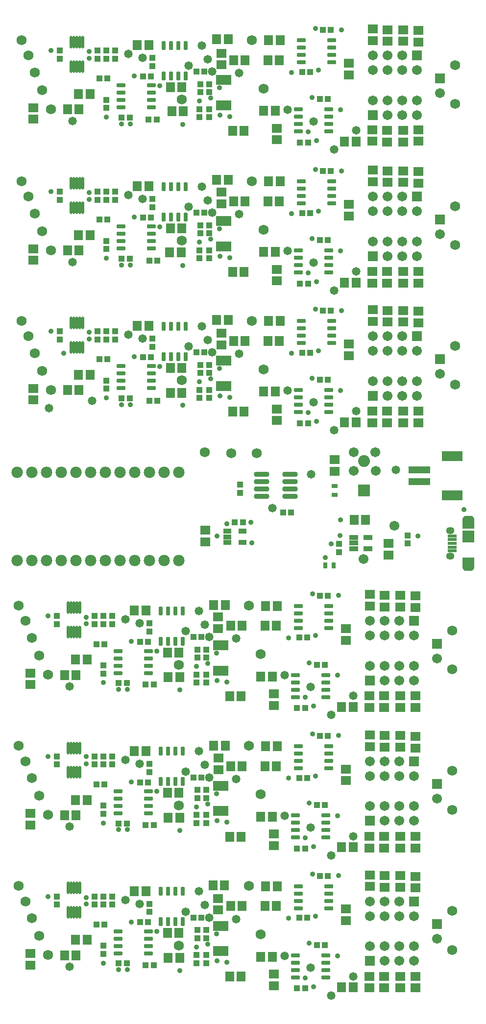
<source format=gts>
G04 Layer_Color=8388736*
%FSLAX43Y43*%
%MOMM*%
G71*
G01*
G75*
%ADD68R,1.003X1.103*%
%ADD69R,1.703X1.603*%
%ADD70R,1.603X1.703*%
%ADD71R,1.103X1.003*%
%ADD72R,0.803X1.003*%
%ADD73R,1.003X0.803*%
%ADD74R,1.423X0.823*%
%ADD75O,2.703X0.903*%
%ADD76R,1.553X0.603*%
%ADD77R,2.103X2.003*%
%ADD78R,1.503X0.903*%
%ADD79R,3.703X1.203*%
%ADD80R,3.603X1.703*%
G04:AMPARAMS|DCode=81|XSize=0.753mm|YSize=1.453mm|CornerRadius=0.151mm|HoleSize=0mm|Usage=FLASHONLY|Rotation=90.000|XOffset=0mm|YOffset=0mm|HoleType=Round|Shape=RoundedRectangle|*
%AMROUNDEDRECTD81*
21,1,0.753,1.151,0,0,90.0*
21,1,0.451,1.453,0,0,90.0*
1,1,0.302,0.576,0.226*
1,1,0.302,0.576,-0.226*
1,1,0.302,-0.576,-0.226*
1,1,0.302,-0.576,0.226*
%
%ADD81ROUNDEDRECTD81*%
%ADD82R,0.635X1.702*%
%ADD83O,0.503X2.203*%
G04:AMPARAMS|DCode=84|XSize=0.753mm|YSize=1.453mm|CornerRadius=0.151mm|HoleSize=0mm|Usage=FLASHONLY|Rotation=0.000|XOffset=0mm|YOffset=0mm|HoleType=Round|Shape=RoundedRectangle|*
%AMROUNDEDRECTD84*
21,1,0.753,1.151,0,0,0.0*
21,1,0.451,1.453,0,0,0.0*
1,1,0.302,0.226,-0.576*
1,1,0.302,-0.226,-0.576*
1,1,0.302,-0.226,0.576*
1,1,0.302,0.226,0.576*
%
%ADD84ROUNDEDRECTD84*%
%ADD85R,2.103X1.691*%
%ADD86C,1.727*%
%ADD87C,1.703*%
%ADD88R,1.703X1.703*%
%ADD89C,1.981*%
%ADD90O,1.453X1.253*%
%ADD91O,2.103X1.428*%
%ADD92C,2.053*%
%ADD93R,2.053X2.053*%
%ADD94R,1.703X1.703*%
%ADD95C,0.903*%
%ADD96C,1.473*%
D68*
X45150Y38481D02*
D03*
X43750D02*
D03*
X45150Y62738D02*
D03*
X43750D02*
D03*
X45150Y86995D02*
D03*
X43750D02*
D03*
X45785Y136017D02*
D03*
X44385D02*
D03*
X45785Y160274D02*
D03*
X44385D02*
D03*
X45658Y184658D02*
D03*
X44258D02*
D03*
X68899Y116713D02*
D03*
X67499D02*
D03*
X59179Y115062D02*
D03*
X60579D02*
D03*
X69912Y34479D02*
D03*
X71312D02*
D03*
X70293Y46671D02*
D03*
X71693D02*
D03*
X75249Y53910D02*
D03*
X73849D02*
D03*
X39116Y38797D02*
D03*
X40516D02*
D03*
X44199Y45909D02*
D03*
X42799D02*
D03*
X35241Y45528D02*
D03*
X36641D02*
D03*
X69912Y58674D02*
D03*
X71312D02*
D03*
X70293Y70866D02*
D03*
X71693D02*
D03*
X75249Y78105D02*
D03*
X73849D02*
D03*
X39116Y62992D02*
D03*
X40516D02*
D03*
X44199Y70104D02*
D03*
X42799D02*
D03*
X35241Y69723D02*
D03*
X36641D02*
D03*
X69912Y82931D02*
D03*
X71312D02*
D03*
X70293Y95123D02*
D03*
X71693D02*
D03*
X75249Y102362D02*
D03*
X73849D02*
D03*
X39116Y87249D02*
D03*
X40516D02*
D03*
X44199Y94361D02*
D03*
X42799D02*
D03*
X35241Y93980D02*
D03*
X36641D02*
D03*
X70420Y132142D02*
D03*
X71820D02*
D03*
X70801Y144334D02*
D03*
X72201D02*
D03*
X75757Y151573D02*
D03*
X74357D02*
D03*
X39624Y136460D02*
D03*
X41024D02*
D03*
X44707Y143572D02*
D03*
X43307D02*
D03*
X35749Y143191D02*
D03*
X37149D02*
D03*
X70420Y156272D02*
D03*
X71820D02*
D03*
X70801Y168464D02*
D03*
X72201D02*
D03*
X75757Y175703D02*
D03*
X74357D02*
D03*
X39624Y160590D02*
D03*
X41024D02*
D03*
X44707Y167702D02*
D03*
X43307D02*
D03*
X35749Y167321D02*
D03*
X37149D02*
D03*
X70420Y180656D02*
D03*
X71820D02*
D03*
X75757Y200087D02*
D03*
X74357D02*
D03*
X70801Y192848D02*
D03*
X72201D02*
D03*
X44707Y192086D02*
D03*
X43307D02*
D03*
X39624Y184974D02*
D03*
X41024D02*
D03*
X35749Y191705D02*
D03*
X37149D02*
D03*
X75249Y188149D02*
D03*
X73849D02*
D03*
X74741Y41972D02*
D03*
X73341D02*
D03*
X74741Y66167D02*
D03*
X73341D02*
D03*
X74741Y90424D02*
D03*
X73341D02*
D03*
X75249Y139635D02*
D03*
X73849D02*
D03*
X75249Y163765D02*
D03*
X73849D02*
D03*
X52005Y46736D02*
D03*
X53405D02*
D03*
X52005Y70931D02*
D03*
X53405D02*
D03*
X52005Y95188D02*
D03*
X53405D02*
D03*
X52513Y144399D02*
D03*
X53913D02*
D03*
X52513Y168529D02*
D03*
X53913D02*
D03*
X52513Y192913D02*
D03*
X53913D02*
D03*
D69*
X56896Y194072D02*
D03*
Y196072D02*
D03*
Y170069D02*
D03*
Y172069D02*
D03*
Y145685D02*
D03*
Y147685D02*
D03*
X56261Y96663D02*
D03*
Y98663D02*
D03*
X56388Y72279D02*
D03*
Y74279D02*
D03*
X56261Y48022D02*
D03*
Y50022D02*
D03*
X85725Y111379D02*
D03*
Y109379D02*
D03*
X76454Y125841D02*
D03*
Y123841D02*
D03*
X54102Y111665D02*
D03*
Y113665D02*
D03*
X90424Y51832D02*
D03*
Y53832D02*
D03*
X87757Y51959D02*
D03*
Y53959D02*
D03*
X65913Y34941D02*
D03*
Y36941D02*
D03*
X85090Y51959D02*
D03*
Y53959D02*
D03*
X82550Y54086D02*
D03*
Y52086D02*
D03*
X90424Y76027D02*
D03*
Y78027D02*
D03*
X87757Y76154D02*
D03*
Y78154D02*
D03*
X65913Y59136D02*
D03*
Y61136D02*
D03*
X85090Y76154D02*
D03*
Y78154D02*
D03*
X82550Y78281D02*
D03*
Y76281D02*
D03*
X90424Y100284D02*
D03*
Y102284D02*
D03*
X87757Y100411D02*
D03*
Y102411D02*
D03*
X65913Y83393D02*
D03*
Y85393D02*
D03*
X85090Y100411D02*
D03*
Y102411D02*
D03*
X82550Y102538D02*
D03*
Y100538D02*
D03*
X90932Y149495D02*
D03*
Y151495D02*
D03*
X88265Y149622D02*
D03*
Y151622D02*
D03*
X66421Y132604D02*
D03*
Y134604D02*
D03*
X85598Y149622D02*
D03*
Y151622D02*
D03*
X83058Y151749D02*
D03*
Y149749D02*
D03*
X90932Y173625D02*
D03*
Y175625D02*
D03*
X88265Y173752D02*
D03*
Y175752D02*
D03*
X66421Y156734D02*
D03*
Y158734D02*
D03*
X85598Y173752D02*
D03*
Y175752D02*
D03*
X83058Y175879D02*
D03*
Y173879D02*
D03*
Y198263D02*
D03*
Y200263D02*
D03*
X85598Y198136D02*
D03*
Y200136D02*
D03*
X88265D02*
D03*
Y198136D02*
D03*
X90932Y200009D02*
D03*
Y198009D02*
D03*
X66421Y181118D02*
D03*
Y183118D02*
D03*
X82931Y182864D02*
D03*
Y180864D02*
D03*
X85471Y180737D02*
D03*
Y182737D02*
D03*
X88265Y180737D02*
D03*
Y182737D02*
D03*
X90932Y180864D02*
D03*
Y182864D02*
D03*
X78867Y192356D02*
D03*
Y194356D02*
D03*
X90424Y36560D02*
D03*
Y34560D02*
D03*
X87757Y36560D02*
D03*
Y34560D02*
D03*
X84963Y36560D02*
D03*
Y34560D02*
D03*
X82423D02*
D03*
Y36560D02*
D03*
X78359Y48179D02*
D03*
Y46179D02*
D03*
X90424Y60755D02*
D03*
Y58755D02*
D03*
X87757Y60755D02*
D03*
Y58755D02*
D03*
X84963Y60755D02*
D03*
Y58755D02*
D03*
X82423D02*
D03*
Y60755D02*
D03*
X78359Y72374D02*
D03*
Y70374D02*
D03*
X90424Y85012D02*
D03*
Y83012D02*
D03*
X87757Y85012D02*
D03*
Y83012D02*
D03*
X84963Y85012D02*
D03*
Y83012D02*
D03*
X82423D02*
D03*
Y85012D02*
D03*
X78359Y96631D02*
D03*
Y94631D02*
D03*
X90932Y134223D02*
D03*
Y132223D02*
D03*
X88265Y134223D02*
D03*
Y132223D02*
D03*
X85471Y134223D02*
D03*
Y132223D02*
D03*
X82931D02*
D03*
Y134223D02*
D03*
X78867Y145842D02*
D03*
Y143842D02*
D03*
X90932Y158353D02*
D03*
Y156353D02*
D03*
X88265Y158353D02*
D03*
Y156353D02*
D03*
X85471Y158353D02*
D03*
Y156353D02*
D03*
X82931D02*
D03*
Y158353D02*
D03*
X78867Y169972D02*
D03*
Y167972D02*
D03*
X24384Y160306D02*
D03*
Y162306D02*
D03*
Y136176D02*
D03*
Y138176D02*
D03*
X23876Y86965D02*
D03*
Y88965D02*
D03*
Y62708D02*
D03*
Y64708D02*
D03*
X23876Y38513D02*
D03*
Y40513D02*
D03*
X24384Y184690D02*
D03*
Y186690D02*
D03*
D70*
X47641Y39751D02*
D03*
X49641D02*
D03*
X81788Y115443D02*
D03*
X79788D02*
D03*
X60293Y36511D02*
D03*
X58293D02*
D03*
X33639Y42861D02*
D03*
X31639D02*
D03*
X31734Y40194D02*
D03*
X29734D02*
D03*
X60293Y60706D02*
D03*
X58293D02*
D03*
X47641Y64008D02*
D03*
X49641D02*
D03*
X33639Y67056D02*
D03*
X31639D02*
D03*
X31734Y64389D02*
D03*
X29734D02*
D03*
X60293Y84963D02*
D03*
X58293D02*
D03*
X47641Y88265D02*
D03*
X49641D02*
D03*
X33639Y91313D02*
D03*
X31639D02*
D03*
X31734Y88646D02*
D03*
X29734D02*
D03*
X60801Y134174D02*
D03*
X58801D02*
D03*
X48022Y137414D02*
D03*
X50022D02*
D03*
X34147Y140524D02*
D03*
X32147D02*
D03*
X32242Y137857D02*
D03*
X30242D02*
D03*
X60801Y158304D02*
D03*
X58801D02*
D03*
X47895Y161671D02*
D03*
X49895D02*
D03*
X34147Y164654D02*
D03*
X32147D02*
D03*
X32242Y161987D02*
D03*
X30242D02*
D03*
X60801Y182688D02*
D03*
X58801D02*
D03*
X48276Y186055D02*
D03*
X50276D02*
D03*
X32242Y186371D02*
D03*
X30242D02*
D03*
X34147Y189038D02*
D03*
X32147D02*
D03*
X78121Y180848D02*
D03*
X80121D02*
D03*
X66151Y186117D02*
D03*
X64151D02*
D03*
X64897Y194880D02*
D03*
X66897D02*
D03*
X60960D02*
D03*
X58960D02*
D03*
X67024Y198309D02*
D03*
X65024D02*
D03*
X65643Y39940D02*
D03*
X63643D02*
D03*
X79613Y34671D02*
D03*
X77613D02*
D03*
X60452Y48703D02*
D03*
X58452D02*
D03*
X66516Y52132D02*
D03*
X64516D02*
D03*
X65643Y64135D02*
D03*
X63643D02*
D03*
X79613Y58866D02*
D03*
X77613D02*
D03*
X60452Y72898D02*
D03*
X58452D02*
D03*
X64389D02*
D03*
X66389D02*
D03*
X66516Y76327D02*
D03*
X64516D02*
D03*
X65643Y88392D02*
D03*
X63643D02*
D03*
X79613Y83123D02*
D03*
X77613D02*
D03*
X60452Y97155D02*
D03*
X58452D02*
D03*
X64389D02*
D03*
X66389D02*
D03*
X66516Y100584D02*
D03*
X64516D02*
D03*
X66151Y137603D02*
D03*
X64151D02*
D03*
X80121Y132334D02*
D03*
X78121D02*
D03*
X60960Y146366D02*
D03*
X58960D02*
D03*
X64897D02*
D03*
X66897D02*
D03*
X67024Y149795D02*
D03*
X65024D02*
D03*
X66151Y161733D02*
D03*
X64151D02*
D03*
X80121Y156464D02*
D03*
X78121D02*
D03*
X60960Y170496D02*
D03*
X58960D02*
D03*
X64897D02*
D03*
X66897D02*
D03*
X67024Y173925D02*
D03*
X65024D02*
D03*
X64389Y48703D02*
D03*
X66389D02*
D03*
X41799Y51308D02*
D03*
X43799D02*
D03*
X55388Y52324D02*
D03*
X57388D02*
D03*
X49514Y44069D02*
D03*
X47514D02*
D03*
X49514Y68264D02*
D03*
X47514D02*
D03*
X41799Y75503D02*
D03*
X43799D02*
D03*
X55515Y76454D02*
D03*
X57515D02*
D03*
X49514Y92521D02*
D03*
X47514D02*
D03*
X41799Y99760D02*
D03*
X43799D02*
D03*
X55515Y100711D02*
D03*
X57515D02*
D03*
X50022Y141732D02*
D03*
X48022D02*
D03*
X42307Y148971D02*
D03*
X44307D02*
D03*
X56023Y149987D02*
D03*
X58023D02*
D03*
X50022Y165862D02*
D03*
X48022D02*
D03*
X42307Y173101D02*
D03*
X44307D02*
D03*
X56023Y174244D02*
D03*
X58023D02*
D03*
X50022Y190246D02*
D03*
X48022D02*
D03*
X42307Y197485D02*
D03*
X44307D02*
D03*
X56023Y198501D02*
D03*
X58023D02*
D03*
D71*
X77216Y109855D02*
D03*
Y111255D02*
D03*
X89027Y111376D02*
D03*
Y112776D02*
D03*
X60071Y121542D02*
D03*
Y120142D02*
D03*
X52705Y44577D02*
D03*
Y43177D02*
D03*
X54229Y44577D02*
D03*
Y43177D02*
D03*
X52578Y38859D02*
D03*
Y40259D02*
D03*
X54229Y38859D02*
D03*
Y40259D02*
D03*
X37989Y50363D02*
D03*
Y48963D02*
D03*
X36465Y50363D02*
D03*
Y48963D02*
D03*
X34941Y50363D02*
D03*
Y48963D02*
D03*
X28418Y48966D02*
D03*
Y50366D02*
D03*
X36449Y41848D02*
D03*
Y40448D02*
D03*
X52705Y68772D02*
D03*
Y67372D02*
D03*
X54229Y68772D02*
D03*
Y67372D02*
D03*
X52578Y63054D02*
D03*
Y64454D02*
D03*
X54229Y63054D02*
D03*
Y64454D02*
D03*
X37989Y74558D02*
D03*
Y73158D02*
D03*
X36465Y74558D02*
D03*
Y73158D02*
D03*
X34941Y74558D02*
D03*
Y73158D02*
D03*
X28418Y73161D02*
D03*
Y74561D02*
D03*
X36449Y66043D02*
D03*
Y64643D02*
D03*
X52705Y93029D02*
D03*
Y91629D02*
D03*
X54229Y93029D02*
D03*
Y91629D02*
D03*
X52578Y87311D02*
D03*
Y88711D02*
D03*
X54229Y87311D02*
D03*
Y88711D02*
D03*
X37989Y98815D02*
D03*
Y97415D02*
D03*
X36465Y98815D02*
D03*
Y97415D02*
D03*
X34941Y98815D02*
D03*
Y97415D02*
D03*
X28418Y97418D02*
D03*
Y98818D02*
D03*
X36449Y90300D02*
D03*
Y88900D02*
D03*
X53213Y142240D02*
D03*
Y140840D02*
D03*
X54737Y142240D02*
D03*
Y140840D02*
D03*
X53086Y136522D02*
D03*
Y137922D02*
D03*
X54737Y136522D02*
D03*
Y137922D02*
D03*
X38497Y148026D02*
D03*
Y146626D02*
D03*
X36973Y148026D02*
D03*
Y146626D02*
D03*
X35449Y148026D02*
D03*
Y146626D02*
D03*
X28926Y146629D02*
D03*
Y148029D02*
D03*
X36957Y139511D02*
D03*
Y138111D02*
D03*
X53213Y166370D02*
D03*
Y164970D02*
D03*
X54737Y166370D02*
D03*
Y164970D02*
D03*
X53086Y160652D02*
D03*
Y162052D02*
D03*
X54737Y160652D02*
D03*
Y162052D02*
D03*
X38497Y172156D02*
D03*
Y170756D02*
D03*
X36973Y172156D02*
D03*
Y170756D02*
D03*
X35449Y172156D02*
D03*
Y170756D02*
D03*
X28926Y170759D02*
D03*
Y172159D02*
D03*
X36957Y163641D02*
D03*
Y162241D02*
D03*
X54737Y190754D02*
D03*
Y189354D02*
D03*
X53213Y190754D02*
D03*
Y189354D02*
D03*
X53086Y185036D02*
D03*
Y186436D02*
D03*
X54737Y185036D02*
D03*
Y186436D02*
D03*
X36957Y188025D02*
D03*
Y186625D02*
D03*
X38497Y196540D02*
D03*
Y195140D02*
D03*
X36973Y196540D02*
D03*
Y195140D02*
D03*
X35449Y196540D02*
D03*
Y195140D02*
D03*
X28926Y195143D02*
D03*
Y196543D02*
D03*
X44450Y49087D02*
D03*
Y47687D02*
D03*
X44450Y73282D02*
D03*
Y71882D02*
D03*
Y97539D02*
D03*
Y96139D02*
D03*
X44958Y146750D02*
D03*
Y145350D02*
D03*
Y170880D02*
D03*
Y169480D02*
D03*
Y195264D02*
D03*
Y193864D02*
D03*
D72*
X74840Y107569D02*
D03*
X76290D02*
D03*
D73*
X76454Y119798D02*
D03*
Y121248D02*
D03*
D74*
X57872Y113472D02*
D03*
Y112522D02*
D03*
Y111572D02*
D03*
X60492D02*
D03*
Y113472D02*
D03*
D75*
X63844Y123317D02*
D03*
Y122047D02*
D03*
Y120777D02*
D03*
Y119507D02*
D03*
X68744Y123317D02*
D03*
Y122047D02*
D03*
Y120777D02*
D03*
Y119507D02*
D03*
D76*
X96768Y110086D02*
D03*
Y110736D02*
D03*
Y111386D02*
D03*
Y112036D02*
D03*
Y112686D02*
D03*
D77*
X99568Y112536D02*
D03*
D78*
X82156Y112390D02*
D03*
Y110490D02*
D03*
X79756D02*
D03*
Y111440D02*
D03*
Y112390D02*
D03*
D79*
X91038Y122063D02*
D03*
Y124063D02*
D03*
D80*
X96788Y119713D02*
D03*
Y126413D02*
D03*
D81*
X70146Y186371D02*
D03*
Y185101D02*
D03*
Y183831D02*
D03*
Y182561D02*
D03*
X75396Y186371D02*
D03*
Y185101D02*
D03*
Y183831D02*
D03*
Y182561D02*
D03*
X39539Y190516D02*
D03*
Y189246D02*
D03*
Y187976D02*
D03*
Y186706D02*
D03*
X44789Y190516D02*
D03*
Y189246D02*
D03*
Y187976D02*
D03*
Y186706D02*
D03*
X70654Y198309D02*
D03*
Y197039D02*
D03*
Y195769D02*
D03*
Y194499D02*
D03*
X75904Y198309D02*
D03*
Y197039D02*
D03*
Y195769D02*
D03*
Y194499D02*
D03*
X69638Y40194D02*
D03*
Y38924D02*
D03*
Y37654D02*
D03*
Y36384D02*
D03*
X74888Y40194D02*
D03*
Y38924D02*
D03*
Y37654D02*
D03*
Y36384D02*
D03*
X39031Y44339D02*
D03*
Y43069D02*
D03*
Y41799D02*
D03*
Y40529D02*
D03*
X44281Y44339D02*
D03*
Y43069D02*
D03*
Y41799D02*
D03*
Y40529D02*
D03*
X70146Y52132D02*
D03*
Y50862D02*
D03*
Y49592D02*
D03*
Y48322D02*
D03*
X75396Y52132D02*
D03*
Y50862D02*
D03*
Y49592D02*
D03*
Y48322D02*
D03*
X69638Y64389D02*
D03*
Y63119D02*
D03*
Y61849D02*
D03*
Y60579D02*
D03*
X74888Y64389D02*
D03*
Y63119D02*
D03*
Y61849D02*
D03*
Y60579D02*
D03*
X39031Y68534D02*
D03*
Y67264D02*
D03*
Y65994D02*
D03*
Y64724D02*
D03*
X44281Y68534D02*
D03*
Y67264D02*
D03*
Y65994D02*
D03*
Y64724D02*
D03*
X70146Y76327D02*
D03*
Y75057D02*
D03*
Y73787D02*
D03*
Y72517D02*
D03*
X75396Y76327D02*
D03*
Y75057D02*
D03*
Y73787D02*
D03*
Y72517D02*
D03*
X69638Y88646D02*
D03*
Y87376D02*
D03*
Y86106D02*
D03*
Y84836D02*
D03*
X74888Y88646D02*
D03*
Y87376D02*
D03*
Y86106D02*
D03*
Y84836D02*
D03*
X39031Y92791D02*
D03*
Y91521D02*
D03*
Y90251D02*
D03*
Y88981D02*
D03*
X44281Y92791D02*
D03*
Y91521D02*
D03*
Y90251D02*
D03*
Y88981D02*
D03*
X70146Y100584D02*
D03*
Y99314D02*
D03*
Y98044D02*
D03*
Y96774D02*
D03*
X75396Y100584D02*
D03*
Y99314D02*
D03*
Y98044D02*
D03*
Y96774D02*
D03*
X70146Y137857D02*
D03*
Y136587D02*
D03*
Y135317D02*
D03*
Y134047D02*
D03*
X75396Y137857D02*
D03*
Y136587D02*
D03*
Y135317D02*
D03*
Y134047D02*
D03*
X39539Y142002D02*
D03*
Y140732D02*
D03*
Y139462D02*
D03*
Y138192D02*
D03*
X44789Y142002D02*
D03*
Y140732D02*
D03*
Y139462D02*
D03*
Y138192D02*
D03*
X70654Y149795D02*
D03*
Y148525D02*
D03*
Y147255D02*
D03*
Y145985D02*
D03*
X75904Y149795D02*
D03*
Y148525D02*
D03*
Y147255D02*
D03*
Y145985D02*
D03*
X70146Y161987D02*
D03*
Y160717D02*
D03*
Y159447D02*
D03*
Y158177D02*
D03*
X75396Y161987D02*
D03*
Y160717D02*
D03*
Y159447D02*
D03*
Y158177D02*
D03*
X39539Y166132D02*
D03*
Y164862D02*
D03*
Y163592D02*
D03*
Y162322D02*
D03*
X44789Y166132D02*
D03*
Y164862D02*
D03*
Y163592D02*
D03*
Y162322D02*
D03*
X70654Y173925D02*
D03*
Y172655D02*
D03*
Y171385D02*
D03*
Y170115D02*
D03*
X75904Y173925D02*
D03*
Y172655D02*
D03*
Y171385D02*
D03*
Y170115D02*
D03*
D82*
X56312Y191476D02*
D03*
X56947D02*
D03*
X57607D02*
D03*
X58242D02*
D03*
Y187108D02*
D03*
X57607D02*
D03*
X56947D02*
D03*
X56312D02*
D03*
X55804Y45299D02*
D03*
X56439D02*
D03*
X57099D02*
D03*
X57734D02*
D03*
Y40931D02*
D03*
X57099D02*
D03*
X56439D02*
D03*
X55804D02*
D03*
X55804Y69494D02*
D03*
X56439D02*
D03*
X57099D02*
D03*
X57734D02*
D03*
Y65126D02*
D03*
X57099D02*
D03*
X56439D02*
D03*
X55804D02*
D03*
Y93751D02*
D03*
X56439D02*
D03*
X57099D02*
D03*
X57734D02*
D03*
Y89383D02*
D03*
X57099D02*
D03*
X56439D02*
D03*
X55804D02*
D03*
X56312Y142962D02*
D03*
X56947D02*
D03*
X57607D02*
D03*
X58242D02*
D03*
Y138594D02*
D03*
X57607D02*
D03*
X56947D02*
D03*
X56312D02*
D03*
Y167092D02*
D03*
X56947D02*
D03*
X57607D02*
D03*
X58242D02*
D03*
Y162724D02*
D03*
X57607D02*
D03*
X56947D02*
D03*
X56312D02*
D03*
D83*
X30893Y193802D02*
D03*
X31393D02*
D03*
X31893D02*
D03*
X32393D02*
D03*
X32893D02*
D03*
X30893Y198002D02*
D03*
X31393D02*
D03*
X31893D02*
D03*
X32393D02*
D03*
X32893D02*
D03*
X30385Y47625D02*
D03*
X30885D02*
D03*
X31385D02*
D03*
X31885D02*
D03*
X32385D02*
D03*
X30385Y51825D02*
D03*
X30885D02*
D03*
X31385D02*
D03*
X31885D02*
D03*
X32385D02*
D03*
X30385Y71820D02*
D03*
X30885D02*
D03*
X31385D02*
D03*
X31885D02*
D03*
X32385D02*
D03*
X30385Y76020D02*
D03*
X30885D02*
D03*
X31385D02*
D03*
X31885D02*
D03*
X32385D02*
D03*
X30385Y96077D02*
D03*
X30885D02*
D03*
X31385D02*
D03*
X31885D02*
D03*
X32385D02*
D03*
X30385Y100277D02*
D03*
X30885D02*
D03*
X31385D02*
D03*
X31885D02*
D03*
X32385D02*
D03*
X30893Y145288D02*
D03*
X31393D02*
D03*
X31893D02*
D03*
X32393D02*
D03*
X32893D02*
D03*
X30893Y149488D02*
D03*
X31393D02*
D03*
X31893D02*
D03*
X32393D02*
D03*
X32893D02*
D03*
X30893Y169418D02*
D03*
X31393D02*
D03*
X31893D02*
D03*
X32393D02*
D03*
X32893D02*
D03*
X30893Y173618D02*
D03*
X31393D02*
D03*
X31893D02*
D03*
X32393D02*
D03*
X32893D02*
D03*
D84*
X50165Y75461D02*
D03*
X48895D02*
D03*
X47625D02*
D03*
X46355D02*
D03*
X50165Y70211D02*
D03*
X48895D02*
D03*
X47625D02*
D03*
X46355D02*
D03*
X50165Y99718D02*
D03*
X48895D02*
D03*
X47625D02*
D03*
X46355D02*
D03*
X50165Y94468D02*
D03*
X48895D02*
D03*
X47625D02*
D03*
X46355D02*
D03*
X50673Y148929D02*
D03*
X49403D02*
D03*
X48133D02*
D03*
X46863D02*
D03*
X50673Y143679D02*
D03*
X49403D02*
D03*
X48133D02*
D03*
X46863D02*
D03*
X50673Y173059D02*
D03*
X49403D02*
D03*
X48133D02*
D03*
X46863D02*
D03*
X50673Y167809D02*
D03*
X49403D02*
D03*
X48133D02*
D03*
X46863D02*
D03*
X50673Y197443D02*
D03*
X49403D02*
D03*
X48133D02*
D03*
X46863D02*
D03*
X50673Y192193D02*
D03*
X49403D02*
D03*
X48133D02*
D03*
X46863D02*
D03*
X50165Y51266D02*
D03*
X48895D02*
D03*
X47625D02*
D03*
X46355D02*
D03*
X50165Y46016D02*
D03*
X48895D02*
D03*
X47625D02*
D03*
X46355D02*
D03*
D85*
X99568Y114730D02*
D03*
X99568Y108042D02*
D03*
D86*
X63627Y43815D02*
D03*
X49530Y41910D02*
D03*
X63627Y68010D02*
D03*
X49530Y66105D02*
D03*
X63627Y92267D02*
D03*
X49530Y90362D02*
D03*
X64135Y141478D02*
D03*
X50038Y139573D02*
D03*
X64135Y165608D02*
D03*
X50038Y163703D02*
D03*
X64135Y189992D02*
D03*
X50038Y188087D02*
D03*
X62992Y127000D02*
D03*
X58547D02*
D03*
X53975Y127127D02*
D03*
X62103Y198374D02*
D03*
X97282Y187325D02*
D03*
Y194056D02*
D03*
X22352Y198374D02*
D03*
X23495Y195707D02*
D03*
X24638Y192786D02*
D03*
X27432Y186436D02*
D03*
X25908Y189738D02*
D03*
X61595Y52197D02*
D03*
X96774Y41148D02*
D03*
Y47879D02*
D03*
X21844Y52197D02*
D03*
X22987Y49530D02*
D03*
X24130Y46609D02*
D03*
X26924Y40259D02*
D03*
X25400Y43561D02*
D03*
X61595Y76392D02*
D03*
X96774Y65343D02*
D03*
Y72074D02*
D03*
X21844Y76392D02*
D03*
X22987Y73725D02*
D03*
X24130Y70804D02*
D03*
X26924Y64454D02*
D03*
X25400Y67756D02*
D03*
X61595Y100649D02*
D03*
X96774Y89600D02*
D03*
Y96331D02*
D03*
X21844Y100649D02*
D03*
X22987Y97982D02*
D03*
X24130Y95061D02*
D03*
X26924Y88711D02*
D03*
X25400Y92013D02*
D03*
X62103Y149860D02*
D03*
X97282Y138811D02*
D03*
Y145542D02*
D03*
X22352Y149860D02*
D03*
X23495Y147193D02*
D03*
X24638Y144272D02*
D03*
X27432Y137922D02*
D03*
X25908Y141224D02*
D03*
X62103Y173990D02*
D03*
X97282Y162941D02*
D03*
Y169672D02*
D03*
X22352Y173990D02*
D03*
X23495Y171323D02*
D03*
X24638Y168402D02*
D03*
X27432Y162052D02*
D03*
X25908Y165354D02*
D03*
D87*
X83058Y193167D02*
D03*
Y195707D02*
D03*
X85598Y193167D02*
D03*
Y195707D02*
D03*
X88138Y193167D02*
D03*
Y195707D02*
D03*
X90678Y193167D02*
D03*
Y187960D02*
D03*
Y185420D02*
D03*
X88138Y187960D02*
D03*
Y185420D02*
D03*
X85598Y187960D02*
D03*
Y185420D02*
D03*
X83058Y187960D02*
D03*
X94615Y189230D02*
D03*
X82550Y41783D02*
D03*
X85090Y39243D02*
D03*
Y41783D02*
D03*
X87630Y39243D02*
D03*
Y41783D02*
D03*
X90170Y39243D02*
D03*
Y41783D02*
D03*
X94107Y43053D02*
D03*
X90170Y46990D02*
D03*
X87630Y49530D02*
D03*
Y46990D02*
D03*
X85090Y49530D02*
D03*
Y46990D02*
D03*
X82550Y49530D02*
D03*
Y46990D02*
D03*
X82550Y65978D02*
D03*
X85090Y63438D02*
D03*
Y65978D02*
D03*
X87630Y63438D02*
D03*
Y65978D02*
D03*
X90170Y63438D02*
D03*
Y65978D02*
D03*
X94107Y67248D02*
D03*
X90170Y71185D02*
D03*
X87630Y73725D02*
D03*
Y71185D02*
D03*
X85090Y73725D02*
D03*
Y71185D02*
D03*
X82550Y73725D02*
D03*
Y71185D02*
D03*
X82550Y90235D02*
D03*
X85090Y87695D02*
D03*
Y90235D02*
D03*
X87630Y87695D02*
D03*
Y90235D02*
D03*
X90170Y87695D02*
D03*
Y90235D02*
D03*
X94107Y91505D02*
D03*
X90170Y95442D02*
D03*
X87630Y97982D02*
D03*
Y95442D02*
D03*
X85090Y97982D02*
D03*
Y95442D02*
D03*
X82550Y97982D02*
D03*
Y95442D02*
D03*
X83058Y139446D02*
D03*
X85598Y136906D02*
D03*
Y139446D02*
D03*
X88138Y136906D02*
D03*
Y139446D02*
D03*
X90678Y136906D02*
D03*
Y139446D02*
D03*
X94615Y140716D02*
D03*
X90678Y144653D02*
D03*
X88138Y147193D02*
D03*
Y144653D02*
D03*
X85598Y147193D02*
D03*
Y144653D02*
D03*
X83058Y147193D02*
D03*
Y144653D02*
D03*
Y163576D02*
D03*
X85598Y161036D02*
D03*
Y163576D02*
D03*
X88138Y161036D02*
D03*
Y163576D02*
D03*
X90678Y161036D02*
D03*
Y163576D02*
D03*
X94615Y164846D02*
D03*
X90678Y168783D02*
D03*
X88138Y171323D02*
D03*
Y168783D02*
D03*
X85598Y171323D02*
D03*
Y168783D02*
D03*
X83058Y171323D02*
D03*
Y168783D02*
D03*
X79756Y127127D02*
D03*
X83439D02*
D03*
X83566Y123952D02*
D03*
X79756D02*
D03*
X86741Y114427D02*
D03*
X81407Y108712D02*
D03*
D88*
X90678Y195707D02*
D03*
X83058Y185420D02*
D03*
X82550Y39243D02*
D03*
X90170Y49530D02*
D03*
X82550Y63438D02*
D03*
X90170Y73725D02*
D03*
X82550Y87695D02*
D03*
X90170Y97982D02*
D03*
X83058Y136906D02*
D03*
X90678Y147193D02*
D03*
X83058Y161036D02*
D03*
X90678Y171323D02*
D03*
D89*
X49530Y123698D02*
D03*
X46990D02*
D03*
X44450D02*
D03*
X41910D02*
D03*
X39370D02*
D03*
X36830D02*
D03*
X34290D02*
D03*
X31750D02*
D03*
X29210D02*
D03*
X26670D02*
D03*
X24130D02*
D03*
X21590D02*
D03*
X49530Y108458D02*
D03*
X46990D02*
D03*
X44450D02*
D03*
X41910D02*
D03*
X39370D02*
D03*
X36830D02*
D03*
X34290D02*
D03*
X31750D02*
D03*
X29210D02*
D03*
X26670D02*
D03*
X24130D02*
D03*
X21590D02*
D03*
D90*
X96443Y113611D02*
D03*
Y109161D02*
D03*
D91*
X99568Y115474D02*
D03*
Y107299D02*
D03*
D92*
X81534Y125603D02*
D03*
D93*
Y120523D02*
D03*
D94*
X94615Y191770D02*
D03*
X94107Y45593D02*
D03*
X94107Y69788D02*
D03*
Y94045D02*
D03*
X94615Y143256D02*
D03*
Y167386D02*
D03*
D95*
X98806Y117221D02*
D03*
X36449Y38862D02*
D03*
X49657Y37592D02*
D03*
X26871Y50366D02*
D03*
X41275Y45974D02*
D03*
X40640Y37719D02*
D03*
X39116Y37719D02*
D03*
X72644Y54229D02*
D03*
X77089Y53975D02*
D03*
X73152Y46990D02*
D03*
X68453Y46609D02*
D03*
X72009Y42291D02*
D03*
X72771Y34798D02*
D03*
X33498Y49031D02*
D03*
Y50174D02*
D03*
X54483Y42164D02*
D03*
X56134Y39243D02*
D03*
X52578Y41656D02*
D03*
X56007Y43942D02*
D03*
X57785Y38989D02*
D03*
X76962Y40132D02*
D03*
X71374Y36322D02*
D03*
X57785Y114808D02*
D03*
X56134Y112649D02*
D03*
X62103Y111506D02*
D03*
X61976Y115062D02*
D03*
X90805Y112649D02*
D03*
X77470Y115443D02*
D03*
X77343Y112776D02*
D03*
X74803Y108966D02*
D03*
X75822Y111255D02*
D03*
X45720Y44323D02*
D03*
X41275Y70169D02*
D03*
X71374Y60517D02*
D03*
X76962Y64327D02*
D03*
X56007Y68137D02*
D03*
X57785Y63184D02*
D03*
X56134Y63438D02*
D03*
X54483Y66359D02*
D03*
X45720Y68518D02*
D03*
X52578Y65851D02*
D03*
X72771Y58993D02*
D03*
X72009Y66486D02*
D03*
X68453Y70804D02*
D03*
X73152Y71185D02*
D03*
X77089Y78170D02*
D03*
X72644Y78424D02*
D03*
X39116Y61914D02*
D03*
X40640Y61914D02*
D03*
X26871Y74561D02*
D03*
X49657Y61787D02*
D03*
X36449Y63057D02*
D03*
X41275Y94426D02*
D03*
X71374Y84774D02*
D03*
X76962Y88584D02*
D03*
X56007Y92394D02*
D03*
X57785Y87441D02*
D03*
X56134Y87695D02*
D03*
X54483Y90616D02*
D03*
X45720Y92775D02*
D03*
X33498Y97483D02*
D03*
Y98626D02*
D03*
X52578Y90108D02*
D03*
X72771Y83250D02*
D03*
X72009Y90743D02*
D03*
X68453Y95061D02*
D03*
X73152Y95442D02*
D03*
X77089Y102427D02*
D03*
X72644Y102681D02*
D03*
X39116Y86171D02*
D03*
X40640Y86171D02*
D03*
X26871Y98818D02*
D03*
X49657Y86044D02*
D03*
X36449Y87314D02*
D03*
X41783Y143637D02*
D03*
X71882Y133985D02*
D03*
X77470Y137795D02*
D03*
X56515Y141605D02*
D03*
X58293Y136652D02*
D03*
X56642Y136906D02*
D03*
X54991Y139827D02*
D03*
X46228Y141986D02*
D03*
X34006Y146694D02*
D03*
Y147837D02*
D03*
X53086Y139319D02*
D03*
X73279Y132461D02*
D03*
X72517Y139954D02*
D03*
X68961Y144272D02*
D03*
X73660Y144653D02*
D03*
X77597Y151638D02*
D03*
X73152Y151892D02*
D03*
X39624Y135382D02*
D03*
X41148Y135382D02*
D03*
X27379Y148029D02*
D03*
X50165Y135255D02*
D03*
X36957Y136525D02*
D03*
X41783Y167767D02*
D03*
X71882Y158115D02*
D03*
X77470Y161925D02*
D03*
X56515Y165735D02*
D03*
X58293Y160782D02*
D03*
X56642Y161036D02*
D03*
X54991Y163957D02*
D03*
X46228Y166116D02*
D03*
X34006Y170824D02*
D03*
Y171967D02*
D03*
X53086Y163449D02*
D03*
X73279Y156591D02*
D03*
X72517Y164084D02*
D03*
X68961Y168402D02*
D03*
X73660Y168783D02*
D03*
X77597Y175768D02*
D03*
X73152Y176022D02*
D03*
X39624Y159512D02*
D03*
X41148Y159512D02*
D03*
X27379Y172159D02*
D03*
X50165Y159385D02*
D03*
X36957Y160655D02*
D03*
X41783Y192151D02*
D03*
X71882Y182499D02*
D03*
X77470Y186309D02*
D03*
X56515Y190119D02*
D03*
X58293Y185166D02*
D03*
X56642Y185420D02*
D03*
X54991Y188341D02*
D03*
X46228Y190500D02*
D03*
X34006Y195208D02*
D03*
Y196351D02*
D03*
X53086Y187833D02*
D03*
X73279Y180975D02*
D03*
X72517Y188468D02*
D03*
X68961Y192786D02*
D03*
X73660Y193167D02*
D03*
X77597Y200152D02*
D03*
X73152Y200406D02*
D03*
X39624Y183896D02*
D03*
X41148Y183896D02*
D03*
X27379Y196543D02*
D03*
X50165Y183769D02*
D03*
X36957Y185039D02*
D03*
X33528Y73279D02*
D03*
Y74549D02*
D03*
X29591Y144272D02*
D03*
D96*
X65659Y117475D02*
D03*
X72390Y123317D02*
D03*
X86995Y124079D02*
D03*
X30607Y38227D02*
D03*
X79629Y36576D02*
D03*
X67818Y40132D02*
D03*
X72263Y38100D02*
D03*
X75819Y33274D02*
D03*
X42737Y49087D02*
D03*
X40275Y49784D02*
D03*
X59436Y46482D02*
D03*
X53975Y48895D02*
D03*
X50673Y47752D02*
D03*
X54737Y46736D02*
D03*
X53001Y51266D02*
D03*
X53001Y75461D02*
D03*
X50673Y71947D02*
D03*
X53975Y73090D02*
D03*
X59436Y70677D02*
D03*
X40275Y73979D02*
D03*
X42737Y73282D02*
D03*
X54737Y70931D02*
D03*
X30607Y62422D02*
D03*
X67818Y64327D02*
D03*
X79629Y60771D02*
D03*
X72263Y62295D02*
D03*
X75819Y57469D02*
D03*
X53001Y99718D02*
D03*
X50673Y96204D02*
D03*
X53975Y97347D02*
D03*
X59436Y94934D02*
D03*
X40275Y98236D02*
D03*
X42737Y97539D02*
D03*
X54737Y95188D02*
D03*
X30607Y86679D02*
D03*
X67818Y88584D02*
D03*
X79629Y85028D02*
D03*
X72263Y86552D02*
D03*
X75819Y81726D02*
D03*
X53509Y148929D02*
D03*
X51181Y145415D02*
D03*
X54483Y146558D02*
D03*
X59944Y144145D02*
D03*
X40783Y147447D02*
D03*
X43245Y146750D02*
D03*
X55245Y144399D02*
D03*
X68326Y137795D02*
D03*
X80137Y134239D02*
D03*
X72771Y135763D02*
D03*
X76327Y130937D02*
D03*
X53509Y173059D02*
D03*
X51181Y169545D02*
D03*
X54483Y170688D02*
D03*
X59944Y168275D02*
D03*
X40783Y171577D02*
D03*
X43245Y170880D02*
D03*
X55245Y168529D02*
D03*
X31115Y160020D02*
D03*
X68326Y161925D02*
D03*
X80137Y158369D02*
D03*
X72771Y159893D02*
D03*
X76327Y155067D02*
D03*
X53509Y197443D02*
D03*
X51181Y193929D02*
D03*
X54483Y195072D02*
D03*
X59944Y192659D02*
D03*
X40783Y195961D02*
D03*
X43245Y195264D02*
D03*
X55245Y192913D02*
D03*
X31115Y184404D02*
D03*
X68326Y186309D02*
D03*
X80137Y182753D02*
D03*
X72771Y184277D02*
D03*
X76327Y179451D02*
D03*
X27051Y134747D02*
D03*
X34544Y136017D02*
D03*
M02*

</source>
